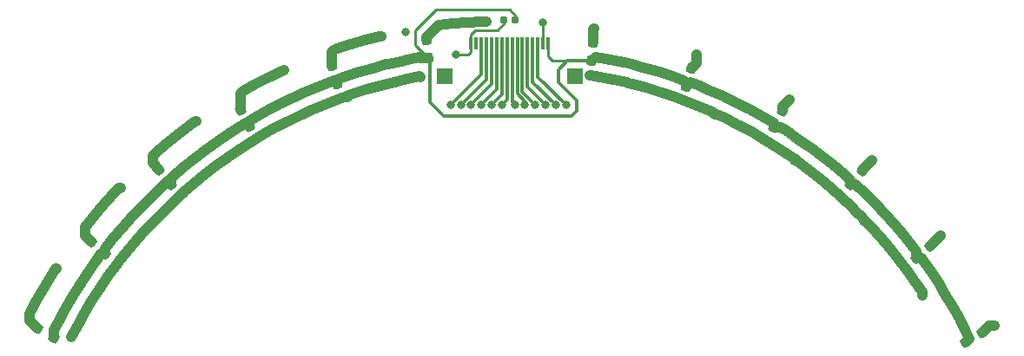
<source format=gbr>
%TF.GenerationSoftware,KiCad,Pcbnew,(6.0.4)*%
%TF.CreationDate,2022-09-17T01:55:58+09:00*%
%TF.ProjectId,robotrace_v1_Linesensor,726f626f-7472-4616-9365-5f76315f4c69,rev?*%
%TF.SameCoordinates,Original*%
%TF.FileFunction,Copper,L1,Top*%
%TF.FilePolarity,Positive*%
%FSLAX46Y46*%
G04 Gerber Fmt 4.6, Leading zero omitted, Abs format (unit mm)*
G04 Created by KiCad (PCBNEW (6.0.4)) date 2022-09-17 01:55:58*
%MOMM*%
%LPD*%
G01*
G04 APERTURE LIST*
G04 Aperture macros list*
%AMRoundRect*
0 Rectangle with rounded corners*
0 $1 Rounding radius*
0 $2 $3 $4 $5 $6 $7 $8 $9 X,Y pos of 4 corners*
0 Add a 4 corners polygon primitive as box body*
4,1,4,$2,$3,$4,$5,$6,$7,$8,$9,$2,$3,0*
0 Add four circle primitives for the rounded corners*
1,1,$1+$1,$2,$3*
1,1,$1+$1,$4,$5*
1,1,$1+$1,$6,$7*
1,1,$1+$1,$8,$9*
0 Add four rect primitives between the rounded corners*
20,1,$1+$1,$2,$3,$4,$5,0*
20,1,$1+$1,$4,$5,$6,$7,0*
20,1,$1+$1,$6,$7,$8,$9,0*
20,1,$1+$1,$8,$9,$2,$3,0*%
G04 Aperture macros list end*
%TA.AperFunction,SMDPad,CuDef*%
%ADD10RoundRect,0.237500X-0.035858X-0.342958X0.344345X-0.018234X0.035858X0.342958X-0.344345X0.018234X0*%
%TD*%
%TA.AperFunction,SMDPad,CuDef*%
%ADD11RoundRect,0.237500X0.030241X-0.343499X0.341498X0.047805X-0.030241X0.343499X-0.341498X-0.047805X0*%
%TD*%
%TA.AperFunction,SMDPad,CuDef*%
%ADD12RoundRect,0.237500X0.156716X-0.307159X0.298724X0.172251X-0.156716X0.307159X-0.298724X-0.172251X0*%
%TD*%
%TA.AperFunction,SMDPad,CuDef*%
%ADD13RoundRect,0.237500X0.212445X-0.271612X0.260368X0.226086X-0.212445X0.271612X-0.260368X-0.226086X0*%
%TD*%
%TA.AperFunction,SMDPad,CuDef*%
%ADD14R,0.300000X1.300000*%
%TD*%
%TA.AperFunction,SMDPad,CuDef*%
%ADD15R,1.600000X1.600000*%
%TD*%
%TA.AperFunction,SMDPad,CuDef*%
%ADD16RoundRect,0.155000X0.212500X0.155000X-0.212500X0.155000X-0.212500X-0.155000X0.212500X-0.155000X0*%
%TD*%
%TA.AperFunction,SMDPad,CuDef*%
%ADD17RoundRect,0.237500X0.298724X-0.172251X0.156716X0.307159X-0.298724X0.172251X-0.156716X-0.307159X0*%
%TD*%
%TA.AperFunction,SMDPad,CuDef*%
%ADD18RoundRect,0.237500X0.344345X0.018234X-0.035858X0.342958X-0.344345X-0.018234X0.035858X-0.342958X0*%
%TD*%
%TA.AperFunction,SMDPad,CuDef*%
%ADD19RoundRect,0.237500X-0.100638X-0.329815X0.334540X-0.083604X0.100638X0.329815X-0.334540X0.083604X0*%
%TD*%
%TA.AperFunction,SMDPad,CuDef*%
%ADD20RoundRect,0.237500X0.341498X-0.047805X0.030241X0.343499X-0.341498X0.047805X-0.030241X-0.343499X0*%
%TD*%
%TA.AperFunction,SMDPad,CuDef*%
%ADD21RoundRect,0.237500X0.334540X0.083604X-0.100638X0.329815X-0.334540X-0.083604X0.100638X-0.329815X0*%
%TD*%
%TA.AperFunction,SMDPad,CuDef*%
%ADD22RoundRect,0.237500X0.326102X-0.112087X0.095228X0.331418X-0.326102X0.112087X-0.095228X-0.331418X0*%
%TD*%
%TA.AperFunction,SMDPad,CuDef*%
%ADD23RoundRect,0.237500X0.095228X-0.331418X0.326102X0.112087X-0.095228X0.331418X-0.326102X-0.112087X0*%
%TD*%
%TA.AperFunction,SMDPad,CuDef*%
%ADD24RoundRect,0.237500X0.260368X-0.226086X0.212445X0.271612X-0.260368X0.226086X-0.212445X-0.271612X0*%
%TD*%
%TA.AperFunction,ViaPad*%
%ADD25C,0.800000*%
%TD*%
%TA.AperFunction,Conductor*%
%ADD26C,0.300000*%
%TD*%
%TA.AperFunction,Conductor*%
%ADD27C,0.250000*%
%TD*%
%TA.AperFunction,Conductor*%
%ADD28C,1.000000*%
%TD*%
G04 APERTURE END LIST*
D10*
%TO.P,R5,1*%
%TO.N,+3V3*%
X184606130Y-60692621D03*
%TO.P,R5,2*%
%TO.N,Net-(D5-Pad2)*%
X185993870Y-59507379D03*
%TD*%
D11*
%TO.P,R8,1*%
%TO.N,+3V3*%
X178231955Y-53514130D03*
%TO.P,R8,2*%
%TO.N,Net-(D7-Pad2)*%
X179368045Y-52085870D03*
%TD*%
D12*
%TO.P,R12,1*%
%TO.N,+3V3*%
X162240836Y-43874923D03*
%TO.P,R12,2*%
%TO.N,Net-(D11-Pad2)*%
X162759164Y-42125077D03*
%TD*%
D13*
%TO.P,R14,1*%
%TO.N,+3V3*%
X153012541Y-41408299D03*
%TO.P,R14,2*%
%TO.N,Net-(D13-Pad2)*%
X153187459Y-39591701D03*
%TD*%
D14*
%TO.P,J1,1,Pin_1*%
%TO.N,GND1*%
X141250000Y-39650000D03*
%TO.P,J1,2,Pin_2*%
%TO.N,unconnected-(J1-Pad2)*%
X141750000Y-39650000D03*
%TO.P,J1,3,Pin_3*%
%TO.N,Net-(J1-Pad3)*%
X142250000Y-39650000D03*
%TO.P,J1,4,Pin_4*%
%TO.N,Net-(J1-Pad4)*%
X142750000Y-39650000D03*
%TO.P,J1,5,Pin_5*%
%TO.N,Net-(J1-Pad5)*%
X143250000Y-39650000D03*
%TO.P,J1,6,Pin_6*%
%TO.N,Net-(J1-Pad6)*%
X143750000Y-39650000D03*
%TO.P,J1,7,Pin_7*%
%TO.N,Net-(J1-Pad7)*%
X144250000Y-39650000D03*
%TO.P,J1,8,Pin_8*%
%TO.N,Net-(J1-Pad8)*%
X144750000Y-39650000D03*
%TO.P,J1,9,Pin_9*%
%TO.N,Net-(J1-Pad9)*%
X145250000Y-39650000D03*
%TO.P,J1,10,Pin_10*%
%TO.N,Net-(J1-Pad10)*%
X145750000Y-39650000D03*
%TO.P,J1,11,Pin_11*%
%TO.N,Net-(J1-Pad11)*%
X146250000Y-39650000D03*
%TO.P,J1,12,Pin_12*%
%TO.N,Net-(J1-Pad12)*%
X146750000Y-39650000D03*
%TO.P,J1,13,Pin_13*%
%TO.N,Net-(J1-Pad13)*%
X147250000Y-39650000D03*
%TO.P,J1,14,Pin_14*%
%TO.N,Net-(J1-Pad14)*%
X147750000Y-39650000D03*
%TO.P,J1,15,Pin_15*%
%TO.N,Net-(D1-Pad1)*%
X148250000Y-39650000D03*
%TO.P,J1,16,Pin_16*%
%TO.N,+3V3*%
X148750000Y-39650000D03*
D15*
%TO.P,J1,MP*%
%TO.N,N/C*%
X138650000Y-42900000D03*
X151350000Y-42900000D03*
%TD*%
D16*
%TO.P,C1,1*%
%TO.N,+3V3*%
X145567500Y-37400000D03*
%TO.P,C1,2*%
%TO.N,GND1*%
X144432500Y-37400000D03*
%TD*%
D17*
%TO.P,R11,1*%
%TO.N,+3V3*%
X128159164Y-43624923D03*
%TO.P,R11,2*%
%TO.N,Net-(D10-Pad2)*%
X127640836Y-41875077D03*
%TD*%
D18*
%TO.P,R4,1*%
%TO.N,+3V3*%
X105593870Y-60292621D03*
%TO.P,R4,2*%
%TO.N,Net-(D4-Pad2)*%
X104206130Y-59107379D03*
%TD*%
D19*
%TO.P,R2,1*%
%TO.N,+3V3*%
X189505800Y-68849336D03*
%TO.P,R2,2*%
%TO.N,Net-(D2-Pad2)*%
X191094200Y-67950664D03*
%TD*%
D20*
%TO.P,R7,1*%
%TO.N,+3V3*%
X111968045Y-53464130D03*
%TO.P,R7,2*%
%TO.N,Net-(D6-Pad2)*%
X110831955Y-52035870D03*
%TD*%
D21*
%TO.P,R1,1*%
%TO.N,+3V3*%
X100594200Y-68449336D03*
%TO.P,R1,2*%
%TO.N,Net-(D1-Pad2)*%
X99005800Y-67550664D03*
%TD*%
D22*
%TO.P,R9,1*%
%TO.N,+3V3*%
X119621346Y-47809397D03*
%TO.P,R9,2*%
%TO.N,Net-(D8-Pad2)*%
X118778654Y-46190603D03*
%TD*%
D23*
%TO.P,R10,1*%
%TO.N,+3V3*%
X170778654Y-47909397D03*
%TO.P,R10,2*%
%TO.N,Net-(D9-Pad2)*%
X171621346Y-46290603D03*
%TD*%
D24*
%TO.P,R13,1*%
%TO.N,+3V3*%
X137087459Y-41158299D03*
%TO.P,R13,2*%
%TO.N,Net-(D12-Pad2)*%
X136912541Y-39341701D03*
%TD*%
D25*
%TO.N,Net-(D1-Pad1)*%
X148200000Y-37656135D03*
%TO.N,GND1*%
X139800000Y-40800000D03*
X165000000Y-46600000D03*
X172800000Y-51100000D03*
X185200000Y-64300000D03*
X107100000Y-60800000D03*
X113200000Y-54300000D03*
X102300000Y-68400000D03*
X136318242Y-43000000D03*
X156500000Y-43600000D03*
X152823816Y-42776184D03*
X129300000Y-44800000D03*
X179600000Y-57000000D03*
X121000000Y-48600000D03*
%TO.N,Net-(D1-Pad1)*%
X134900000Y-38600000D03*
%TO.N,Net-(D1-Pad2)*%
X100800000Y-61700000D03*
%TO.N,Net-(D2-Pad2)*%
X192250000Y-67250000D03*
%TO.N,Net-(J1-Pad3)*%
X139250000Y-45700500D03*
%TO.N,Net-(J1-Pad11)*%
X147500000Y-45700000D03*
%TO.N,Net-(D4-Pad2)*%
X107100000Y-53800000D03*
%TO.N,Net-(D5-Pad2)*%
X187000000Y-58500000D03*
%TO.N,Net-(D6-Pad2)*%
X114500000Y-47300000D03*
%TO.N,Net-(D7-Pad2)*%
X180300000Y-51100000D03*
%TO.N,Net-(D8-Pad2)*%
X123000000Y-42300000D03*
%TO.N,Net-(D9-Pad2)*%
X172300000Y-45200000D03*
%TO.N,Net-(D10-Pad2)*%
X132500000Y-39000000D03*
%TO.N,Net-(D11-Pad2)*%
X163250000Y-40750000D03*
%TO.N,Net-(D12-Pad2)*%
X142750000Y-37600000D03*
%TO.N,Net-(D13-Pad2)*%
X153250000Y-38250000D03*
%TO.N,Net-(J1-Pad4)*%
X140250000Y-45700500D03*
%TO.N,Net-(J1-Pad5)*%
X141250000Y-45700500D03*
%TO.N,Net-(J1-Pad6)*%
X142250000Y-45700000D03*
%TO.N,Net-(J1-Pad7)*%
X143250000Y-45700000D03*
%TO.N,Net-(J1-Pad8)*%
X144250000Y-45700000D03*
%TO.N,Net-(J1-Pad9)*%
X145500000Y-45700000D03*
%TO.N,Net-(J1-Pad10)*%
X146500000Y-45700000D03*
%TO.N,Net-(J1-Pad12)*%
X148500000Y-45700000D03*
%TO.N,Net-(J1-Pad13)*%
X149500000Y-45700000D03*
%TO.N,Net-(J1-Pad14)*%
X150500000Y-45700000D03*
%TD*%
D26*
%TO.N,+3V3*%
X137250000Y-41320840D02*
X137087459Y-41158299D01*
X137250000Y-45450000D02*
X137250000Y-41320840D01*
X151500000Y-45250000D02*
X151500000Y-46300000D01*
X151000000Y-46800000D02*
X138600000Y-46800000D01*
X149750000Y-43500000D02*
X151500000Y-45250000D01*
X138600000Y-46800000D02*
X137250000Y-45450000D01*
X151500000Y-46300000D02*
X151000000Y-46800000D01*
X149750000Y-42279150D02*
X149750000Y-43500000D01*
X150620851Y-41408299D02*
X149750000Y-42279150D01*
D27*
%TO.N,GND1*%
X141250000Y-38800978D02*
X141250000Y-39650000D01*
X143800000Y-38400000D02*
X141650978Y-38400000D01*
X144432500Y-37400000D02*
X144432500Y-37767500D01*
X144432500Y-37767500D02*
X143800000Y-38400000D01*
X141650978Y-38400000D02*
X141250000Y-38800978D01*
D28*
%TO.N,Net-(D12-Pad2)*%
X136912541Y-39087459D02*
X136912541Y-39341701D01*
X140860152Y-37627930D02*
X139424924Y-37761216D01*
X142298500Y-37534068D02*
X140860152Y-37627930D01*
X142684068Y-37534068D02*
X142298500Y-37534068D01*
X142750000Y-37600000D02*
X142684068Y-37534068D01*
X139424924Y-37761216D02*
X138076090Y-37923910D01*
X138076090Y-37923910D02*
X136912541Y-39087459D01*
D27*
%TO.N,+3V3*%
X135800000Y-39870840D02*
X137087459Y-41158299D01*
X135800000Y-38400000D02*
X135800000Y-39870840D01*
X145000000Y-36400000D02*
X137800000Y-36400000D01*
X145567500Y-36967500D02*
X145000000Y-36400000D01*
X137800000Y-36400000D02*
X135800000Y-38400000D01*
X145567500Y-37400000D02*
X145567500Y-36967500D01*
X148750000Y-40950000D02*
X149208299Y-41408299D01*
X149208299Y-41408299D02*
X150620851Y-41408299D01*
X148750000Y-39650000D02*
X148750000Y-40950000D01*
%TO.N,Net-(D1-Pad1)*%
X148250000Y-37706135D02*
X148250000Y-39650000D01*
X148200000Y-37656135D02*
X148250000Y-37706135D01*
%TO.N,GND1*%
X141250000Y-40550000D02*
X141250000Y-39650000D01*
X141000000Y-40800000D02*
X141250000Y-40550000D01*
X139800000Y-40800000D02*
X141000000Y-40800000D01*
D28*
%TO.N,+3V3*%
X130340650Y-42503795D02*
X131684536Y-42109662D01*
X101635128Y-65704446D02*
X100967875Y-66935785D01*
X106341026Y-58754683D02*
X107236637Y-57677957D01*
X164586682Y-44314685D02*
X163291831Y-43781011D01*
X135775251Y-41156473D02*
X136244063Y-41074755D01*
X170778654Y-47500572D02*
X169600378Y-46807322D01*
X184606130Y-59971786D02*
X184310546Y-59578509D01*
X125092035Y-44453771D02*
X126383037Y-43911013D01*
X157977809Y-42017060D02*
X156620893Y-41670496D01*
X111648921Y-53148921D02*
X111652836Y-53148921D01*
D26*
X137087459Y-41158299D02*
X137237459Y-41308299D01*
D28*
X162240836Y-43874923D02*
X162240836Y-43542382D01*
D26*
X153012541Y-41408299D02*
X150620851Y-41408299D01*
D28*
X127873434Y-43339193D02*
X128159164Y-43624923D01*
X165865965Y-44884620D02*
X164586682Y-44314685D01*
X178231955Y-53041106D02*
X177587249Y-52465252D01*
X111500000Y-53283836D02*
X111648921Y-53148921D01*
X119280932Y-47468983D02*
X119621346Y-47809397D01*
X171994013Y-48261417D02*
X171432523Y-47909397D01*
X103072322Y-63300638D02*
X102336778Y-64492441D01*
X170778654Y-47909397D02*
X170778654Y-47500572D01*
X104642615Y-60981602D02*
X103841147Y-62130036D01*
X179650179Y-54360802D02*
X178754398Y-53514130D01*
X186738582Y-63005984D02*
X185961525Y-61840817D01*
X189505800Y-68849336D02*
X189825460Y-68529676D01*
X156620893Y-41670496D02*
X155254709Y-41362288D01*
X168373779Y-46131418D02*
X167128622Y-45490336D01*
X184606130Y-60692621D02*
X184606130Y-59971786D01*
X105593870Y-60292621D02*
X105593870Y-59706232D01*
X107236637Y-57677957D02*
X108162215Y-56626903D01*
X129008423Y-42935623D02*
X130340650Y-42503795D01*
X188868581Y-66626219D02*
X188192673Y-65399613D01*
X136288009Y-41118701D02*
X137047861Y-41118701D01*
X155254709Y-41362288D02*
X153880450Y-41092703D01*
X105152892Y-60292621D02*
X104642615Y-60981602D01*
X161982494Y-43284040D02*
X160659677Y-42824153D01*
X137047861Y-41118701D02*
X137087459Y-41158299D01*
X183437916Y-58483137D02*
X182534748Y-57412751D01*
X115415929Y-50055428D02*
X116553011Y-49237825D01*
X175421491Y-50689455D02*
X174301967Y-49848029D01*
X118893940Y-47700358D02*
X119280932Y-47468983D01*
X189509664Y-67871379D02*
X188868581Y-66626219D01*
X116553011Y-49237825D02*
X117712630Y-48452611D01*
X159324448Y-42401720D02*
X157977809Y-42017060D01*
X180639198Y-55349822D02*
X180146424Y-54853564D01*
X176516865Y-51562086D02*
X175421491Y-50689455D01*
X162598071Y-43517688D02*
X162240836Y-43874923D01*
X178231955Y-53514130D02*
X178231955Y-53041106D01*
X105593870Y-59706232D02*
X106341026Y-58754683D01*
X184310546Y-59578509D02*
X183437916Y-58483137D01*
X122558375Y-45647328D02*
X123816792Y-45032704D01*
X133038979Y-41753549D02*
X133205603Y-41714724D01*
X134402937Y-41435730D02*
X135053371Y-41303371D01*
X111968045Y-52859812D02*
X112149160Y-52695732D01*
X119621346Y-47809397D02*
X119621346Y-47265455D01*
X185147904Y-60692621D02*
X184606130Y-60692621D01*
X178754398Y-53514130D02*
X178231955Y-53514130D01*
X188192673Y-65399613D02*
X187482493Y-64192563D01*
X185961525Y-61840817D02*
X185151970Y-60698030D01*
X169600378Y-46807322D02*
X168373779Y-46131418D01*
X126383037Y-43911013D02*
X127688826Y-43404835D01*
X102336778Y-64492441D02*
X101635128Y-65704446D01*
X133205603Y-41714724D02*
X134402937Y-41435730D01*
X111652836Y-53148921D02*
X111968045Y-53464130D01*
X111968045Y-53464130D02*
X111968045Y-52859812D01*
X181601814Y-56368271D02*
X180639198Y-55349822D01*
X163291831Y-43781011D02*
X162598071Y-43517688D01*
X112149160Y-52695732D02*
X113213164Y-51785040D01*
X153407199Y-41013641D02*
X153012541Y-41408299D01*
X100594200Y-67674299D02*
X100594200Y-68449336D01*
X121317728Y-46297184D02*
X122558375Y-45647328D01*
X153880450Y-41092703D02*
X153407199Y-41013641D01*
X127688826Y-43404835D02*
X127873434Y-43339193D01*
X167128622Y-45490336D02*
X165865965Y-44884620D01*
X131684536Y-42109662D02*
X133038979Y-41753549D01*
X117712630Y-48452611D02*
X118893940Y-47700358D01*
X114302395Y-50904692D02*
X115415929Y-50055428D01*
X136244063Y-41074755D02*
X136288009Y-41118701D01*
X174178052Y-49760246D02*
X173159175Y-49038470D01*
X187482493Y-64192563D02*
X186738582Y-63005984D01*
X113213164Y-51785040D02*
X114302395Y-50904692D01*
X128159164Y-43237596D02*
X129008423Y-42935623D01*
X173159175Y-49038470D02*
X171994013Y-48261417D01*
X119621346Y-47265455D02*
X120095991Y-46981673D01*
X128159164Y-43624923D02*
X128159164Y-43237596D01*
X171432523Y-47909397D02*
X170778654Y-47909397D01*
X189825460Y-68529676D02*
X189509664Y-67871379D01*
X162240836Y-43542382D02*
X161982494Y-43284040D01*
X108162215Y-56626903D02*
X111500000Y-53289118D01*
X160659677Y-42824153D02*
X159324448Y-42401720D01*
X120095991Y-46981673D02*
X121317728Y-46297184D01*
X185151970Y-60698030D02*
X185147904Y-60692621D01*
X100967875Y-66935785D02*
X100594200Y-67674299D01*
X177587249Y-52465252D02*
X176516865Y-51562086D01*
X105593870Y-60292621D02*
X105152892Y-60292621D01*
X111500000Y-53289118D02*
X111500000Y-53283836D01*
X123816792Y-45032704D02*
X125092035Y-44453771D01*
X103841147Y-62130036D02*
X103072322Y-63300638D01*
X182534748Y-57412751D02*
X181601814Y-56368271D01*
X174301967Y-49848029D02*
X174178052Y-49760246D01*
X135053371Y-41303371D02*
X135775251Y-41156473D01*
X180146424Y-54853564D02*
X179650179Y-54360802D01*
%TO.N,GND1*%
X163477694Y-45841510D02*
X164742551Y-46392328D01*
X177353623Y-54720537D02*
X178357563Y-55668212D01*
X117480972Y-50832406D02*
X118621152Y-50055617D01*
X114201358Y-53355204D02*
X115270166Y-52482879D01*
X132388766Y-43822580D02*
X133724693Y-43478340D01*
X129062101Y-44893314D02*
X128608393Y-45027709D01*
X155603685Y-43320677D02*
X156418051Y-43518051D01*
X125887854Y-46112380D02*
X124631049Y-46681375D01*
X123391149Y-47286361D02*
X122169214Y-47926819D01*
X105055619Y-63621149D02*
X105832404Y-62480974D01*
X119783206Y-49312033D02*
X120966254Y-48602217D01*
X159595249Y-44410789D02*
X160902963Y-44850325D01*
X165184207Y-46600000D02*
X165991093Y-46979407D01*
X179331781Y-56642430D02*
X179600000Y-56926574D01*
X178357563Y-55668212D02*
X178846437Y-56153576D01*
X185200000Y-64017242D02*
X185200000Y-64300000D01*
X122169214Y-47926819D02*
X121000000Y-48583271D01*
X152823816Y-42776184D02*
X152896840Y-42787319D01*
X129190792Y-44893314D02*
X129062101Y-44893314D01*
X135070077Y-43172721D02*
X136257077Y-42938835D01*
X180279465Y-57646379D02*
X181197156Y-58676474D01*
X172891246Y-51100000D02*
X173080590Y-51233032D01*
X129300000Y-44784106D02*
X129190792Y-44893314D01*
X167222123Y-47602186D02*
X168434706Y-48260187D01*
X164836508Y-46436508D02*
X165000000Y-46600000D01*
X165000000Y-46600000D02*
X165184207Y-46600000D01*
X128608393Y-45027709D02*
X128448042Y-45084189D01*
X113200000Y-54221738D02*
X114201358Y-53355204D01*
X168434706Y-48260187D02*
X169627816Y-48952856D01*
X158275412Y-44009122D02*
X159595249Y-44410789D01*
X172837654Y-51062346D02*
X172800000Y-51100000D01*
X106641709Y-61363679D02*
X107075312Y-60800000D01*
X170800497Y-49679637D02*
X171951766Y-50439924D01*
X107100000Y-60767905D02*
X107482878Y-60270167D01*
X156418051Y-43518051D02*
X156500000Y-43600000D01*
X102300000Y-68400000D02*
X102300000Y-68365127D01*
X179600000Y-56926574D02*
X179600000Y-57000000D01*
X172800000Y-51100000D02*
X172891246Y-51100000D01*
X115270166Y-52482879D02*
X116363674Y-51641712D01*
X169627816Y-48952856D02*
X170800497Y-49679637D01*
X176323526Y-53802844D02*
X177353623Y-54720537D01*
X156944514Y-43645648D02*
X158275412Y-44009122D01*
X171951766Y-50439924D02*
X172837654Y-51062346D01*
X107075312Y-60800000D02*
X107100000Y-60800000D01*
X174186099Y-52058348D02*
X175267384Y-52915193D01*
X136257077Y-42938835D02*
X136318242Y-43000000D01*
X178846437Y-56153576D02*
X179331781Y-56642430D01*
X162197502Y-45327376D02*
X163477694Y-45841510D01*
X107100000Y-60800000D02*
X107100000Y-60767905D01*
X129300000Y-44784106D02*
X129749321Y-44625843D01*
X165991093Y-46979407D02*
X167222123Y-47602186D01*
X127160581Y-45579819D02*
X125887854Y-46112380D01*
X152896840Y-42787319D02*
X154254102Y-43034492D01*
X181197156Y-58676474D02*
X182084807Y-59732616D01*
X120966254Y-48602217D02*
X121000000Y-48583271D01*
X131063230Y-44205199D02*
X132388766Y-43822580D01*
X164742551Y-46392328D02*
X164836508Y-46436508D01*
X173080590Y-51233032D02*
X174186099Y-52058348D01*
X124631049Y-46681375D02*
X123391149Y-47286361D01*
X104312033Y-64783206D02*
X105055619Y-63621149D01*
X156500000Y-43600000D02*
X156549975Y-43550025D01*
X182941654Y-60813904D02*
X183766968Y-61919411D01*
X118621152Y-50055617D02*
X119783206Y-49312033D01*
X113200000Y-54300000D02*
X113200000Y-54221738D01*
X128448042Y-45084189D02*
X127160581Y-45579819D01*
X179669311Y-57000000D02*
X180279465Y-57646379D01*
X129300000Y-44800000D02*
X129300000Y-44784106D01*
X108355203Y-59201359D02*
X109257992Y-58158106D01*
X109257992Y-58158106D02*
X113116098Y-54300000D01*
X113116098Y-54300000D02*
X113200000Y-54300000D01*
X133724693Y-43478340D02*
X135070077Y-43172721D01*
X103602220Y-65966249D02*
X104312033Y-64783206D01*
X160902963Y-44850325D02*
X162197502Y-45327376D01*
X156549975Y-43550025D02*
X156944514Y-43645648D01*
X102300000Y-68365127D02*
X102926820Y-67169212D01*
X121000000Y-48583271D02*
X121000000Y-48600000D01*
X183766968Y-61919411D02*
X184560077Y-63048235D01*
X179600000Y-57000000D02*
X179669311Y-57000000D01*
X184560077Y-63048235D02*
X185200000Y-64017242D01*
X107482878Y-60270167D02*
X108355203Y-59201359D01*
X105832404Y-62480974D02*
X106641709Y-61363679D01*
X182084807Y-59732616D02*
X182941654Y-60813904D01*
X129749321Y-44625843D02*
X131063230Y-44205199D01*
X154254102Y-43034492D02*
X155603685Y-43320677D01*
X116363674Y-51641712D02*
X117480972Y-50832406D01*
X102926820Y-67169212D02*
X103602220Y-65966249D01*
X175267384Y-52915193D02*
X176323526Y-53802844D01*
%TO.N,Net-(D1-Pad2)*%
X98200000Y-66744864D02*
X99005800Y-67550664D01*
X100462278Y-62136704D02*
X99714638Y-63369039D01*
X100800000Y-61700000D02*
X100743893Y-61700000D01*
X99714638Y-63369039D02*
X99001080Y-64621439D01*
X99001080Y-64621439D02*
X98322169Y-65892901D01*
X98322169Y-65892901D02*
X98200000Y-66137631D01*
X98200000Y-66137631D02*
X98200000Y-66744864D01*
X100743893Y-61700000D02*
X100462278Y-62136704D01*
%TO.N,Net-(D2-Pad2)*%
X192250000Y-67250000D02*
X191794864Y-67250000D01*
X191794864Y-67250000D02*
X191094200Y-67950664D01*
D26*
%TO.N,Net-(J1-Pad3)*%
X142250000Y-42700500D02*
X142250000Y-39650000D01*
X139250000Y-45700500D02*
X142250000Y-42700500D01*
%TO.N,Net-(J1-Pad11)*%
X147500000Y-45700000D02*
X146250000Y-44450000D01*
X146250000Y-44450000D02*
X146250000Y-39650000D01*
D28*
%TO.N,Net-(D4-Pad2)*%
X103782107Y-57426124D02*
X103600000Y-57663170D01*
X105630731Y-55214474D02*
X104691245Y-56307622D01*
X103600000Y-57663170D02*
X103600000Y-58501249D01*
X103600000Y-58501249D02*
X104206130Y-59107379D01*
X106933351Y-53800000D02*
X106599847Y-54147520D01*
X106599847Y-54147520D02*
X105630731Y-55214474D01*
X104691245Y-56307622D02*
X103782107Y-57426124D01*
X107100000Y-53800000D02*
X106933351Y-53800000D01*
%TO.N,Net-(D5-Pad2)*%
X187000000Y-58500000D02*
X187000000Y-58501249D01*
X187000000Y-58501249D02*
X185993870Y-59507379D01*
%TO.N,Net-(D6-Pad2)*%
X110200000Y-50650117D02*
X110200000Y-51403915D01*
X110757837Y-50157229D02*
X110200000Y-50650117D01*
X112994635Y-48339122D02*
X111863753Y-49232842D01*
X114400425Y-47300000D02*
X114149601Y-47476771D01*
X114149601Y-47476771D02*
X112994635Y-48339122D01*
X114500000Y-47300000D02*
X114400425Y-47300000D01*
X110200000Y-51403915D02*
X110831955Y-52035870D01*
X111863753Y-49232842D02*
X110757837Y-50157229D01*
%TO.N,Net-(D7-Pad2)*%
X179368045Y-52085870D02*
X179368045Y-52031955D01*
X179368045Y-52031955D02*
X180300000Y-51100000D01*
%TO.N,Net-(D8-Pad2)*%
X118778654Y-44567674D02*
X118992729Y-44353599D01*
X121535536Y-42995841D02*
X122833870Y-42369812D01*
X118778654Y-46190603D02*
X118778654Y-44567674D01*
X122833870Y-42369812D02*
X122989425Y-42300000D01*
X122989425Y-42300000D02*
X123000000Y-42300000D01*
X118992729Y-44353599D02*
X120254841Y-43657264D01*
X120254841Y-43657264D02*
X121535536Y-42995841D01*
%TO.N,Net-(D9-Pad2)*%
X171621346Y-45878654D02*
X172300000Y-45200000D01*
X171621346Y-46290603D02*
X171621346Y-45878654D01*
%TO.N,Net-(D10-Pad2)*%
X127640836Y-40542120D02*
X127640836Y-41875077D01*
X132333260Y-39014455D02*
X130939289Y-39381145D01*
X132480105Y-38980105D02*
X132333260Y-39014455D01*
X129555899Y-39785940D02*
X128184136Y-40228534D01*
X128184136Y-40228534D02*
X127828971Y-40353985D01*
X127828971Y-40353985D02*
X127640836Y-40542120D01*
X132500000Y-39000000D02*
X132480105Y-38980105D01*
X130939289Y-39381145D02*
X129555899Y-39785940D01*
%TO.N,Net-(D11-Pad2)*%
X163250000Y-41634241D02*
X162759164Y-42125077D01*
X163250000Y-40750000D02*
X163250000Y-41634241D01*
%TO.N,Net-(D13-Pad2)*%
X153250000Y-38250000D02*
X153187459Y-38312541D01*
X153187459Y-38312541D02*
X153187459Y-39591701D01*
D26*
%TO.N,Net-(J1-Pad4)*%
X142750000Y-43200500D02*
X142750000Y-39650000D01*
X140250000Y-45700500D02*
X142750000Y-43200500D01*
%TO.N,Net-(J1-Pad5)*%
X141250000Y-45700500D02*
X143250000Y-43700500D01*
X143250000Y-43700500D02*
X143250000Y-39650000D01*
%TO.N,Net-(J1-Pad6)*%
X143750000Y-44200000D02*
X143750000Y-39650000D01*
X142250000Y-45700000D02*
X143750000Y-44200000D01*
%TO.N,Net-(J1-Pad7)*%
X144250000Y-44700000D02*
X144250000Y-39650000D01*
X143250000Y-45700000D02*
X144250000Y-44700000D01*
%TO.N,Net-(J1-Pad8)*%
X144250000Y-45660741D02*
X144750000Y-45160741D01*
X144750000Y-45160741D02*
X144750000Y-39650000D01*
X144250000Y-45700000D02*
X144250000Y-45660741D01*
%TO.N,Net-(J1-Pad9)*%
X145250000Y-45450000D02*
X145250000Y-39650000D01*
X145500000Y-45700000D02*
X145250000Y-45450000D01*
%TO.N,Net-(J1-Pad10)*%
X145750000Y-44585718D02*
X145750000Y-39650000D01*
X146500000Y-45335718D02*
X145750000Y-44585718D01*
X146500000Y-45700000D02*
X146500000Y-45335718D01*
%TO.N,Net-(J1-Pad12)*%
X148500000Y-45700000D02*
X146750000Y-43950000D01*
X146750000Y-43950000D02*
X146750000Y-39650000D01*
%TO.N,Net-(J1-Pad13)*%
X147250000Y-43450000D02*
X147250000Y-39650000D01*
X149500000Y-45700000D02*
X147250000Y-43450000D01*
%TO.N,Net-(J1-Pad14)*%
X147750000Y-42950000D02*
X147750000Y-39650000D01*
X150500000Y-45700000D02*
X147750000Y-42950000D01*
%TD*%
M02*

</source>
